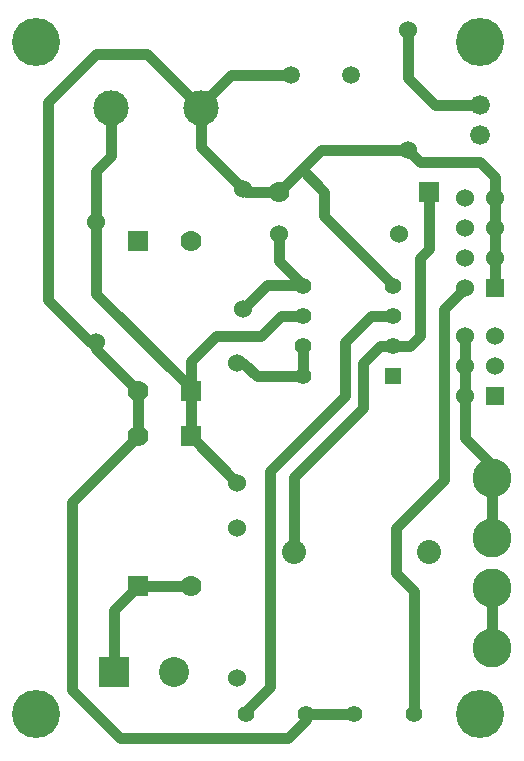
<source format=gbl>
G04 (created by PCBNEW (2013-jul-07)-stable) date Tue 04 Mar 2014 03:18:45 PM PST*
%MOIN*%
G04 Gerber Fmt 3.4, Leading zero omitted, Abs format*
%FSLAX34Y34*%
G01*
G70*
G90*
G04 APERTURE LIST*
%ADD10C,0.00590551*%
%ADD11C,0.08*%
%ADD12C,0.06*%
%ADD13R,0.06X0.06*%
%ADD14C,0.0591*%
%ADD15R,0.055X0.055*%
%ADD16C,0.055*%
%ADD17C,0.07*%
%ADD18R,0.07X0.07*%
%ADD19C,0.1181*%
%ADD20C,0.16*%
%ADD21C,0.129921*%
%ADD22R,0.1X0.1*%
%ADD23C,0.1*%
%ADD24C,0.066*%
%ADD25C,0.035*%
G04 APERTURE END LIST*
G54D10*
G54D11*
X67200Y-38600D03*
X71700Y-38600D03*
G54D12*
X65300Y-32300D03*
X65300Y-36300D03*
G54D13*
X73900Y-33400D03*
G54D12*
X72900Y-33400D03*
X73900Y-32400D03*
X72900Y-32400D03*
X73900Y-31400D03*
X72900Y-31400D03*
G54D14*
X67100Y-22700D03*
X69100Y-22700D03*
G54D15*
X70500Y-32750D03*
G54D16*
X70500Y-31750D03*
X70500Y-30750D03*
X70500Y-29750D03*
X67500Y-29750D03*
X67500Y-30750D03*
X67500Y-31750D03*
X67500Y-32750D03*
G54D17*
X66700Y-26600D03*
G54D18*
X71700Y-26600D03*
G54D17*
X62000Y-34750D03*
G54D18*
X62000Y-39750D03*
G54D17*
X63750Y-28250D03*
G54D18*
X63750Y-33250D03*
G54D17*
X62000Y-33250D03*
G54D18*
X62000Y-28250D03*
G54D17*
X63750Y-39750D03*
G54D18*
X63750Y-34750D03*
G54D19*
X64100Y-23800D03*
X61100Y-23800D03*
G54D20*
X58600Y-21600D03*
X58600Y-44000D03*
X73400Y-21600D03*
X73400Y-44000D03*
G54D12*
X65500Y-30500D03*
X65500Y-26500D03*
X66700Y-28000D03*
X70700Y-28000D03*
X60600Y-31600D03*
X60600Y-27600D03*
X65300Y-37800D03*
X65300Y-42800D03*
G54D21*
X73800Y-41800D03*
X73800Y-39810D03*
X73800Y-38140D03*
X73800Y-36140D03*
G54D16*
X65600Y-44000D03*
X67600Y-44000D03*
X71200Y-44000D03*
X69200Y-44000D03*
G54D13*
X73900Y-29800D03*
G54D12*
X72900Y-29800D03*
X73900Y-28800D03*
X72900Y-28800D03*
X73900Y-27800D03*
X72900Y-27800D03*
X73900Y-26800D03*
X72900Y-26800D03*
G54D22*
X61200Y-42600D03*
G54D23*
X63200Y-42600D03*
G54D12*
X71000Y-25200D03*
X71000Y-21200D03*
G54D24*
X73400Y-24700D03*
X73400Y-23700D03*
G54D25*
X70500Y-29750D02*
X70500Y-29700D01*
X68200Y-26600D02*
X67450Y-25850D01*
X68200Y-27400D02*
X68200Y-26600D01*
X70500Y-29700D02*
X68200Y-27400D01*
X73900Y-26800D02*
X73900Y-26100D01*
X71400Y-25600D02*
X71000Y-25200D01*
X73400Y-25600D02*
X71400Y-25600D01*
X73900Y-26100D02*
X73400Y-25600D01*
X66700Y-26600D02*
X67450Y-25850D01*
X67450Y-25850D02*
X68100Y-25200D01*
X68100Y-25200D02*
X71000Y-25200D01*
X66700Y-26600D02*
X65600Y-26600D01*
X65600Y-26600D02*
X65500Y-26500D01*
X64100Y-23800D02*
X64100Y-23700D01*
X65100Y-22700D02*
X67100Y-22700D01*
X64100Y-23700D02*
X65100Y-22700D01*
X60600Y-31600D02*
X60400Y-31600D01*
X62300Y-22000D02*
X64100Y-23800D01*
X60600Y-22000D02*
X62300Y-22000D01*
X59000Y-23600D02*
X60600Y-22000D01*
X59000Y-30200D02*
X59000Y-23600D01*
X60400Y-31600D02*
X59000Y-30200D01*
X67600Y-44000D02*
X67600Y-44200D01*
X59800Y-36950D02*
X62000Y-34750D01*
X59800Y-43200D02*
X59800Y-36950D01*
X61400Y-44800D02*
X59800Y-43200D01*
X67000Y-44800D02*
X61400Y-44800D01*
X67600Y-44200D02*
X67000Y-44800D01*
X73900Y-28800D02*
X73900Y-29800D01*
X73900Y-27800D02*
X73900Y-28800D01*
X73900Y-26800D02*
X73900Y-27800D01*
X67600Y-44000D02*
X69200Y-44000D01*
X64100Y-23800D02*
X64100Y-25100D01*
X64100Y-25100D02*
X65500Y-26500D01*
X62000Y-34750D02*
X62000Y-33250D01*
X62000Y-33250D02*
X60600Y-31850D01*
X60600Y-31850D02*
X60600Y-31600D01*
X73800Y-36140D02*
X73800Y-35700D01*
X72900Y-34800D02*
X72900Y-33400D01*
X73800Y-35700D02*
X72900Y-34800D01*
X72900Y-33400D02*
X72900Y-32400D01*
X72900Y-32400D02*
X72900Y-31400D01*
X73800Y-38140D02*
X73800Y-36140D01*
X65600Y-44000D02*
X65600Y-43900D01*
X69750Y-30750D02*
X70500Y-30750D01*
X68900Y-31600D02*
X69750Y-30750D01*
X68900Y-33400D02*
X68900Y-31600D01*
X66400Y-35900D02*
X68900Y-33400D01*
X66400Y-43100D02*
X66400Y-35900D01*
X65600Y-43900D02*
X66400Y-43100D01*
X67500Y-29750D02*
X67500Y-29700D01*
X66700Y-28900D02*
X66700Y-28000D01*
X67500Y-29700D02*
X66700Y-28900D01*
X65500Y-30500D02*
X66300Y-29700D01*
X67450Y-29700D02*
X67500Y-29750D01*
X66300Y-29700D02*
X67450Y-29700D01*
X70500Y-31750D02*
X71050Y-31750D01*
X71700Y-28500D02*
X71700Y-26600D01*
X71400Y-28800D02*
X71700Y-28500D01*
X71400Y-31400D02*
X71400Y-28800D01*
X71050Y-31750D02*
X71400Y-31400D01*
X67200Y-38600D02*
X67200Y-36100D01*
X70050Y-31750D02*
X70500Y-31750D01*
X69500Y-32300D02*
X70050Y-31750D01*
X69500Y-33800D02*
X69500Y-32300D01*
X67200Y-36100D02*
X69500Y-33800D01*
X71000Y-21200D02*
X71000Y-22800D01*
X71900Y-23700D02*
X73400Y-23700D01*
X71000Y-22800D02*
X71900Y-23700D01*
X71200Y-44000D02*
X71200Y-39900D01*
X72200Y-30500D02*
X72900Y-29800D01*
X72200Y-36200D02*
X72200Y-30500D01*
X70600Y-37800D02*
X72200Y-36200D01*
X70600Y-39300D02*
X70600Y-37800D01*
X71200Y-39900D02*
X70600Y-39300D01*
X73800Y-39810D02*
X73800Y-41800D01*
X62000Y-39750D02*
X63750Y-39750D01*
X61200Y-42600D02*
X61200Y-40550D01*
X61200Y-40550D02*
X62000Y-39750D01*
X65300Y-32300D02*
X65500Y-32300D01*
X65950Y-32750D02*
X67500Y-32750D01*
X65500Y-32300D02*
X65950Y-32750D01*
X67500Y-32750D02*
X67500Y-31750D01*
X63750Y-33250D02*
X63750Y-32250D01*
X66750Y-30750D02*
X67500Y-30750D01*
X66100Y-31400D02*
X66750Y-30750D01*
X64600Y-31400D02*
X66100Y-31400D01*
X63750Y-32250D02*
X64600Y-31400D01*
X60600Y-27600D02*
X60600Y-25900D01*
X61100Y-25400D02*
X61100Y-23800D01*
X60600Y-25900D02*
X61100Y-25400D01*
X63750Y-34750D02*
X65300Y-36300D01*
X63750Y-33250D02*
X63750Y-34750D01*
X63750Y-33250D02*
X63750Y-33150D01*
X60600Y-30000D02*
X60600Y-27600D01*
X63750Y-33150D02*
X60600Y-30000D01*
M02*

</source>
